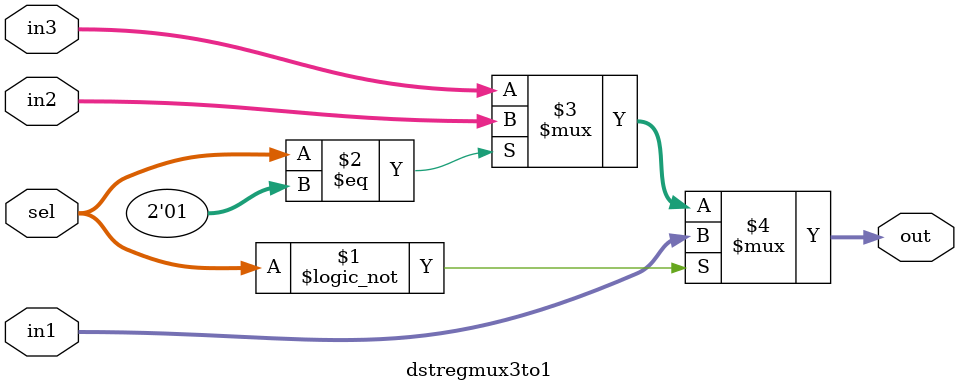
<source format=v>
module mux2to1(in1, in2, sel, out);

    input [31:0] in1, in2;
    input sel;
    output [31:0] out;

    assign out = (sel == 0)? in1:in2;

endmodule

module mux3to1(in1, in2, in3, sel, out);

    input [31:0] in1, in2, in3;
    input [1:0] sel;
    output [31:0] out;
    
    assign out = (sel == 2'd0) ? in1 : (sel==2'd1) ? in2 : in3;
endmodule 

module dstregmux2to1(in1, in2, sel, out);

    input [4:0] in1, in2;
    input sel;
    output [4:0] out;

    assign out = (sel == 0)? in1:in2;

endmodule

module dstregmux3to1(in1, in2, in3, sel, out);

    input [4:0] in1, in2, in3;
    input [1:0] sel;
    output [4:0] out;
    
    assign out = (sel == 2'd0) ? in1 : (sel==2'd1) ? in2 : in3;

endmodule

</source>
